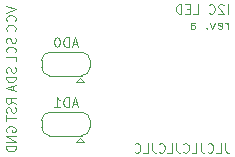
<source format=gbr>
G04 #@! TF.GenerationSoftware,KiCad,Pcbnew,9.0.1+dfsg-1*
G04 #@! TF.CreationDate,2025-05-27T21:30:09+08:00*
G04 #@! TF.ProjectId,i2c_led,6932635f-6c65-4642-9e6b-696361645f70,a*
G04 #@! TF.SameCoordinates,Original*
G04 #@! TF.FileFunction,Legend,Bot*
G04 #@! TF.FilePolarity,Positive*
%FSLAX46Y46*%
G04 Gerber Fmt 4.6, Leading zero omitted, Abs format (unit mm)*
G04 Created by KiCad (PCBNEW 9.0.1+dfsg-1) date 2025-05-27 21:30:09*
%MOMM*%
%LPD*%
G01*
G04 APERTURE LIST*
%ADD10C,0.100000*%
%ADD11C,0.120000*%
G04 APERTURE END LIST*
D10*
X155953734Y-91002895D02*
X155953734Y-90202895D01*
X155610878Y-90279085D02*
X155572782Y-90240990D01*
X155572782Y-90240990D02*
X155496592Y-90202895D01*
X155496592Y-90202895D02*
X155306116Y-90202895D01*
X155306116Y-90202895D02*
X155229925Y-90240990D01*
X155229925Y-90240990D02*
X155191830Y-90279085D01*
X155191830Y-90279085D02*
X155153735Y-90355276D01*
X155153735Y-90355276D02*
X155153735Y-90431466D01*
X155153735Y-90431466D02*
X155191830Y-90545752D01*
X155191830Y-90545752D02*
X155648973Y-91002895D01*
X155648973Y-91002895D02*
X155153735Y-91002895D01*
X154353734Y-90926704D02*
X154391830Y-90964800D01*
X154391830Y-90964800D02*
X154506115Y-91002895D01*
X154506115Y-91002895D02*
X154582306Y-91002895D01*
X154582306Y-91002895D02*
X154696592Y-90964800D01*
X154696592Y-90964800D02*
X154772782Y-90888609D01*
X154772782Y-90888609D02*
X154810877Y-90812419D01*
X154810877Y-90812419D02*
X154848973Y-90660038D01*
X154848973Y-90660038D02*
X154848973Y-90545752D01*
X154848973Y-90545752D02*
X154810877Y-90393371D01*
X154810877Y-90393371D02*
X154772782Y-90317180D01*
X154772782Y-90317180D02*
X154696592Y-90240990D01*
X154696592Y-90240990D02*
X154582306Y-90202895D01*
X154582306Y-90202895D02*
X154506115Y-90202895D01*
X154506115Y-90202895D02*
X154391830Y-90240990D01*
X154391830Y-90240990D02*
X154353734Y-90279085D01*
X153020401Y-91002895D02*
X153401353Y-91002895D01*
X153401353Y-91002895D02*
X153401353Y-90202895D01*
X152753734Y-90583847D02*
X152487068Y-90583847D01*
X152372782Y-91002895D02*
X152753734Y-91002895D01*
X152753734Y-91002895D02*
X152753734Y-90202895D01*
X152753734Y-90202895D02*
X152372782Y-90202895D01*
X152029924Y-91002895D02*
X152029924Y-90202895D01*
X152029924Y-90202895D02*
X151839448Y-90202895D01*
X151839448Y-90202895D02*
X151725162Y-90240990D01*
X151725162Y-90240990D02*
X151648972Y-90317180D01*
X151648972Y-90317180D02*
X151610877Y-90393371D01*
X151610877Y-90393371D02*
X151572781Y-90545752D01*
X151572781Y-90545752D02*
X151572781Y-90660038D01*
X151572781Y-90660038D02*
X151610877Y-90812419D01*
X151610877Y-90812419D02*
X151648972Y-90888609D01*
X151648972Y-90888609D02*
X151725162Y-90964800D01*
X151725162Y-90964800D02*
X151839448Y-91002895D01*
X151839448Y-91002895D02*
X152029924Y-91002895D01*
X155953734Y-92290850D02*
X155953734Y-91757516D01*
X155953734Y-91909897D02*
X155915639Y-91833707D01*
X155915639Y-91833707D02*
X155877544Y-91795612D01*
X155877544Y-91795612D02*
X155801353Y-91757516D01*
X155801353Y-91757516D02*
X155725163Y-91757516D01*
X155153734Y-92252755D02*
X155229925Y-92290850D01*
X155229925Y-92290850D02*
X155382306Y-92290850D01*
X155382306Y-92290850D02*
X155458496Y-92252755D01*
X155458496Y-92252755D02*
X155496592Y-92176564D01*
X155496592Y-92176564D02*
X155496592Y-91871802D01*
X155496592Y-91871802D02*
X155458496Y-91795612D01*
X155458496Y-91795612D02*
X155382306Y-91757516D01*
X155382306Y-91757516D02*
X155229925Y-91757516D01*
X155229925Y-91757516D02*
X155153734Y-91795612D01*
X155153734Y-91795612D02*
X155115639Y-91871802D01*
X155115639Y-91871802D02*
X155115639Y-91947993D01*
X155115639Y-91947993D02*
X155496592Y-92024183D01*
X154848973Y-91757516D02*
X154658497Y-92290850D01*
X154658497Y-92290850D02*
X154468020Y-91757516D01*
X154163258Y-92214659D02*
X154125163Y-92252755D01*
X154125163Y-92252755D02*
X154163258Y-92290850D01*
X154163258Y-92290850D02*
X154201354Y-92252755D01*
X154201354Y-92252755D02*
X154163258Y-92214659D01*
X154163258Y-92214659D02*
X154163258Y-92290850D01*
X152829925Y-92290850D02*
X152829925Y-91871802D01*
X152829925Y-91871802D02*
X152868020Y-91795612D01*
X152868020Y-91795612D02*
X152944211Y-91757516D01*
X152944211Y-91757516D02*
X153096592Y-91757516D01*
X153096592Y-91757516D02*
X153172782Y-91795612D01*
X152829925Y-92252755D02*
X152906116Y-92290850D01*
X152906116Y-92290850D02*
X153096592Y-92290850D01*
X153096592Y-92290850D02*
X153172782Y-92252755D01*
X153172782Y-92252755D02*
X153210878Y-92176564D01*
X153210878Y-92176564D02*
X153210878Y-92100374D01*
X153210878Y-92100374D02*
X153172782Y-92024183D01*
X153172782Y-92024183D02*
X153096592Y-91986088D01*
X153096592Y-91986088D02*
X152906116Y-91986088D01*
X152906116Y-91986088D02*
X152829925Y-91947993D01*
X137992895Y-98621905D02*
X137611942Y-98355238D01*
X137992895Y-98164762D02*
X137192895Y-98164762D01*
X137192895Y-98164762D02*
X137192895Y-98469524D01*
X137192895Y-98469524D02*
X137230990Y-98545714D01*
X137230990Y-98545714D02*
X137269085Y-98583809D01*
X137269085Y-98583809D02*
X137345276Y-98621905D01*
X137345276Y-98621905D02*
X137459561Y-98621905D01*
X137459561Y-98621905D02*
X137535752Y-98583809D01*
X137535752Y-98583809D02*
X137573847Y-98545714D01*
X137573847Y-98545714D02*
X137611942Y-98469524D01*
X137611942Y-98469524D02*
X137611942Y-98164762D01*
X137954800Y-98926666D02*
X137992895Y-99040952D01*
X137992895Y-99040952D02*
X137992895Y-99231428D01*
X137992895Y-99231428D02*
X137954800Y-99307619D01*
X137954800Y-99307619D02*
X137916704Y-99345714D01*
X137916704Y-99345714D02*
X137840514Y-99383809D01*
X137840514Y-99383809D02*
X137764323Y-99383809D01*
X137764323Y-99383809D02*
X137688133Y-99345714D01*
X137688133Y-99345714D02*
X137650038Y-99307619D01*
X137650038Y-99307619D02*
X137611942Y-99231428D01*
X137611942Y-99231428D02*
X137573847Y-99079047D01*
X137573847Y-99079047D02*
X137535752Y-99002857D01*
X137535752Y-99002857D02*
X137497657Y-98964762D01*
X137497657Y-98964762D02*
X137421466Y-98926666D01*
X137421466Y-98926666D02*
X137345276Y-98926666D01*
X137345276Y-98926666D02*
X137269085Y-98964762D01*
X137269085Y-98964762D02*
X137230990Y-99002857D01*
X137230990Y-99002857D02*
X137192895Y-99079047D01*
X137192895Y-99079047D02*
X137192895Y-99269524D01*
X137192895Y-99269524D02*
X137230990Y-99383809D01*
X137192895Y-99612381D02*
X137192895Y-100069524D01*
X137992895Y-99840952D02*
X137192895Y-99840952D01*
X137954800Y-93027618D02*
X137992895Y-93141904D01*
X137992895Y-93141904D02*
X137992895Y-93332380D01*
X137992895Y-93332380D02*
X137954800Y-93408571D01*
X137954800Y-93408571D02*
X137916704Y-93446666D01*
X137916704Y-93446666D02*
X137840514Y-93484761D01*
X137840514Y-93484761D02*
X137764323Y-93484761D01*
X137764323Y-93484761D02*
X137688133Y-93446666D01*
X137688133Y-93446666D02*
X137650038Y-93408571D01*
X137650038Y-93408571D02*
X137611942Y-93332380D01*
X137611942Y-93332380D02*
X137573847Y-93179999D01*
X137573847Y-93179999D02*
X137535752Y-93103809D01*
X137535752Y-93103809D02*
X137497657Y-93065714D01*
X137497657Y-93065714D02*
X137421466Y-93027618D01*
X137421466Y-93027618D02*
X137345276Y-93027618D01*
X137345276Y-93027618D02*
X137269085Y-93065714D01*
X137269085Y-93065714D02*
X137230990Y-93103809D01*
X137230990Y-93103809D02*
X137192895Y-93179999D01*
X137192895Y-93179999D02*
X137192895Y-93370476D01*
X137192895Y-93370476D02*
X137230990Y-93484761D01*
X137916704Y-94284762D02*
X137954800Y-94246666D01*
X137954800Y-94246666D02*
X137992895Y-94132381D01*
X137992895Y-94132381D02*
X137992895Y-94056190D01*
X137992895Y-94056190D02*
X137954800Y-93941904D01*
X137954800Y-93941904D02*
X137878609Y-93865714D01*
X137878609Y-93865714D02*
X137802419Y-93827619D01*
X137802419Y-93827619D02*
X137650038Y-93789523D01*
X137650038Y-93789523D02*
X137535752Y-93789523D01*
X137535752Y-93789523D02*
X137383371Y-93827619D01*
X137383371Y-93827619D02*
X137307180Y-93865714D01*
X137307180Y-93865714D02*
X137230990Y-93941904D01*
X137230990Y-93941904D02*
X137192895Y-94056190D01*
X137192895Y-94056190D02*
X137192895Y-94132381D01*
X137192895Y-94132381D02*
X137230990Y-94246666D01*
X137230990Y-94246666D02*
X137269085Y-94284762D01*
X137992895Y-95008571D02*
X137992895Y-94627619D01*
X137992895Y-94627619D02*
X137192895Y-94627619D01*
X137230990Y-100990476D02*
X137192895Y-100914286D01*
X137192895Y-100914286D02*
X137192895Y-100800000D01*
X137192895Y-100800000D02*
X137230990Y-100685714D01*
X137230990Y-100685714D02*
X137307180Y-100609524D01*
X137307180Y-100609524D02*
X137383371Y-100571429D01*
X137383371Y-100571429D02*
X137535752Y-100533333D01*
X137535752Y-100533333D02*
X137650038Y-100533333D01*
X137650038Y-100533333D02*
X137802419Y-100571429D01*
X137802419Y-100571429D02*
X137878609Y-100609524D01*
X137878609Y-100609524D02*
X137954800Y-100685714D01*
X137954800Y-100685714D02*
X137992895Y-100800000D01*
X137992895Y-100800000D02*
X137992895Y-100876191D01*
X137992895Y-100876191D02*
X137954800Y-100990476D01*
X137954800Y-100990476D02*
X137916704Y-101028572D01*
X137916704Y-101028572D02*
X137650038Y-101028572D01*
X137650038Y-101028572D02*
X137650038Y-100876191D01*
X137992895Y-101371429D02*
X137192895Y-101371429D01*
X137192895Y-101371429D02*
X137992895Y-101828572D01*
X137992895Y-101828572D02*
X137192895Y-101828572D01*
X137992895Y-102209524D02*
X137192895Y-102209524D01*
X137192895Y-102209524D02*
X137192895Y-102400000D01*
X137192895Y-102400000D02*
X137230990Y-102514286D01*
X137230990Y-102514286D02*
X137307180Y-102590476D01*
X137307180Y-102590476D02*
X137383371Y-102628571D01*
X137383371Y-102628571D02*
X137535752Y-102666667D01*
X137535752Y-102666667D02*
X137650038Y-102666667D01*
X137650038Y-102666667D02*
X137802419Y-102628571D01*
X137802419Y-102628571D02*
X137878609Y-102590476D01*
X137878609Y-102590476D02*
X137954800Y-102514286D01*
X137954800Y-102514286D02*
X137992895Y-102400000D01*
X137992895Y-102400000D02*
X137992895Y-102209524D01*
X155725163Y-101966895D02*
X155725163Y-102538323D01*
X155725163Y-102538323D02*
X155763258Y-102652609D01*
X155763258Y-102652609D02*
X155839449Y-102728800D01*
X155839449Y-102728800D02*
X155953734Y-102766895D01*
X155953734Y-102766895D02*
X156029925Y-102766895D01*
X154963258Y-102766895D02*
X155344210Y-102766895D01*
X155344210Y-102766895D02*
X155344210Y-101966895D01*
X154239448Y-102690704D02*
X154277544Y-102728800D01*
X154277544Y-102728800D02*
X154391829Y-102766895D01*
X154391829Y-102766895D02*
X154468020Y-102766895D01*
X154468020Y-102766895D02*
X154582306Y-102728800D01*
X154582306Y-102728800D02*
X154658496Y-102652609D01*
X154658496Y-102652609D02*
X154696591Y-102576419D01*
X154696591Y-102576419D02*
X154734687Y-102424038D01*
X154734687Y-102424038D02*
X154734687Y-102309752D01*
X154734687Y-102309752D02*
X154696591Y-102157371D01*
X154696591Y-102157371D02*
X154658496Y-102081180D01*
X154658496Y-102081180D02*
X154582306Y-102004990D01*
X154582306Y-102004990D02*
X154468020Y-101966895D01*
X154468020Y-101966895D02*
X154391829Y-101966895D01*
X154391829Y-101966895D02*
X154277544Y-102004990D01*
X154277544Y-102004990D02*
X154239448Y-102043085D01*
X153668020Y-101966895D02*
X153668020Y-102538323D01*
X153668020Y-102538323D02*
X153706115Y-102652609D01*
X153706115Y-102652609D02*
X153782306Y-102728800D01*
X153782306Y-102728800D02*
X153896591Y-102766895D01*
X153896591Y-102766895D02*
X153972782Y-102766895D01*
X152906115Y-102766895D02*
X153287067Y-102766895D01*
X153287067Y-102766895D02*
X153287067Y-101966895D01*
X152182305Y-102690704D02*
X152220401Y-102728800D01*
X152220401Y-102728800D02*
X152334686Y-102766895D01*
X152334686Y-102766895D02*
X152410877Y-102766895D01*
X152410877Y-102766895D02*
X152525163Y-102728800D01*
X152525163Y-102728800D02*
X152601353Y-102652609D01*
X152601353Y-102652609D02*
X152639448Y-102576419D01*
X152639448Y-102576419D02*
X152677544Y-102424038D01*
X152677544Y-102424038D02*
X152677544Y-102309752D01*
X152677544Y-102309752D02*
X152639448Y-102157371D01*
X152639448Y-102157371D02*
X152601353Y-102081180D01*
X152601353Y-102081180D02*
X152525163Y-102004990D01*
X152525163Y-102004990D02*
X152410877Y-101966895D01*
X152410877Y-101966895D02*
X152334686Y-101966895D01*
X152334686Y-101966895D02*
X152220401Y-102004990D01*
X152220401Y-102004990D02*
X152182305Y-102043085D01*
X151610877Y-101966895D02*
X151610877Y-102538323D01*
X151610877Y-102538323D02*
X151648972Y-102652609D01*
X151648972Y-102652609D02*
X151725163Y-102728800D01*
X151725163Y-102728800D02*
X151839448Y-102766895D01*
X151839448Y-102766895D02*
X151915639Y-102766895D01*
X150848972Y-102766895D02*
X151229924Y-102766895D01*
X151229924Y-102766895D02*
X151229924Y-101966895D01*
X150125162Y-102690704D02*
X150163258Y-102728800D01*
X150163258Y-102728800D02*
X150277543Y-102766895D01*
X150277543Y-102766895D02*
X150353734Y-102766895D01*
X150353734Y-102766895D02*
X150468020Y-102728800D01*
X150468020Y-102728800D02*
X150544210Y-102652609D01*
X150544210Y-102652609D02*
X150582305Y-102576419D01*
X150582305Y-102576419D02*
X150620401Y-102424038D01*
X150620401Y-102424038D02*
X150620401Y-102309752D01*
X150620401Y-102309752D02*
X150582305Y-102157371D01*
X150582305Y-102157371D02*
X150544210Y-102081180D01*
X150544210Y-102081180D02*
X150468020Y-102004990D01*
X150468020Y-102004990D02*
X150353734Y-101966895D01*
X150353734Y-101966895D02*
X150277543Y-101966895D01*
X150277543Y-101966895D02*
X150163258Y-102004990D01*
X150163258Y-102004990D02*
X150125162Y-102043085D01*
X149553734Y-101966895D02*
X149553734Y-102538323D01*
X149553734Y-102538323D02*
X149591829Y-102652609D01*
X149591829Y-102652609D02*
X149668020Y-102728800D01*
X149668020Y-102728800D02*
X149782305Y-102766895D01*
X149782305Y-102766895D02*
X149858496Y-102766895D01*
X148791829Y-102766895D02*
X149172781Y-102766895D01*
X149172781Y-102766895D02*
X149172781Y-101966895D01*
X148068019Y-102690704D02*
X148106115Y-102728800D01*
X148106115Y-102728800D02*
X148220400Y-102766895D01*
X148220400Y-102766895D02*
X148296591Y-102766895D01*
X148296591Y-102766895D02*
X148410877Y-102728800D01*
X148410877Y-102728800D02*
X148487067Y-102652609D01*
X148487067Y-102652609D02*
X148525162Y-102576419D01*
X148525162Y-102576419D02*
X148563258Y-102424038D01*
X148563258Y-102424038D02*
X148563258Y-102309752D01*
X148563258Y-102309752D02*
X148525162Y-102157371D01*
X148525162Y-102157371D02*
X148487067Y-102081180D01*
X148487067Y-102081180D02*
X148410877Y-102004990D01*
X148410877Y-102004990D02*
X148296591Y-101966895D01*
X148296591Y-101966895D02*
X148220400Y-101966895D01*
X148220400Y-101966895D02*
X148106115Y-102004990D01*
X148106115Y-102004990D02*
X148068019Y-102043085D01*
X137954800Y-95548571D02*
X137992895Y-95662857D01*
X137992895Y-95662857D02*
X137992895Y-95853333D01*
X137992895Y-95853333D02*
X137954800Y-95929524D01*
X137954800Y-95929524D02*
X137916704Y-95967619D01*
X137916704Y-95967619D02*
X137840514Y-96005714D01*
X137840514Y-96005714D02*
X137764323Y-96005714D01*
X137764323Y-96005714D02*
X137688133Y-95967619D01*
X137688133Y-95967619D02*
X137650038Y-95929524D01*
X137650038Y-95929524D02*
X137611942Y-95853333D01*
X137611942Y-95853333D02*
X137573847Y-95700952D01*
X137573847Y-95700952D02*
X137535752Y-95624762D01*
X137535752Y-95624762D02*
X137497657Y-95586667D01*
X137497657Y-95586667D02*
X137421466Y-95548571D01*
X137421466Y-95548571D02*
X137345276Y-95548571D01*
X137345276Y-95548571D02*
X137269085Y-95586667D01*
X137269085Y-95586667D02*
X137230990Y-95624762D01*
X137230990Y-95624762D02*
X137192895Y-95700952D01*
X137192895Y-95700952D02*
X137192895Y-95891429D01*
X137192895Y-95891429D02*
X137230990Y-96005714D01*
X137992895Y-96348572D02*
X137192895Y-96348572D01*
X137192895Y-96348572D02*
X137192895Y-96539048D01*
X137192895Y-96539048D02*
X137230990Y-96653334D01*
X137230990Y-96653334D02*
X137307180Y-96729524D01*
X137307180Y-96729524D02*
X137383371Y-96767619D01*
X137383371Y-96767619D02*
X137535752Y-96805715D01*
X137535752Y-96805715D02*
X137650038Y-96805715D01*
X137650038Y-96805715D02*
X137802419Y-96767619D01*
X137802419Y-96767619D02*
X137878609Y-96729524D01*
X137878609Y-96729524D02*
X137954800Y-96653334D01*
X137954800Y-96653334D02*
X137992895Y-96539048D01*
X137992895Y-96539048D02*
X137992895Y-96348572D01*
X137764323Y-97110476D02*
X137764323Y-97491429D01*
X137992895Y-97034286D02*
X137192895Y-97300953D01*
X137192895Y-97300953D02*
X137992895Y-97567619D01*
X137192895Y-90373333D02*
X137992895Y-90640000D01*
X137992895Y-90640000D02*
X137192895Y-90906666D01*
X137916704Y-91630476D02*
X137954800Y-91592380D01*
X137954800Y-91592380D02*
X137992895Y-91478095D01*
X137992895Y-91478095D02*
X137992895Y-91401904D01*
X137992895Y-91401904D02*
X137954800Y-91287618D01*
X137954800Y-91287618D02*
X137878609Y-91211428D01*
X137878609Y-91211428D02*
X137802419Y-91173333D01*
X137802419Y-91173333D02*
X137650038Y-91135237D01*
X137650038Y-91135237D02*
X137535752Y-91135237D01*
X137535752Y-91135237D02*
X137383371Y-91173333D01*
X137383371Y-91173333D02*
X137307180Y-91211428D01*
X137307180Y-91211428D02*
X137230990Y-91287618D01*
X137230990Y-91287618D02*
X137192895Y-91401904D01*
X137192895Y-91401904D02*
X137192895Y-91478095D01*
X137192895Y-91478095D02*
X137230990Y-91592380D01*
X137230990Y-91592380D02*
X137269085Y-91630476D01*
X137916704Y-92430476D02*
X137954800Y-92392380D01*
X137954800Y-92392380D02*
X137992895Y-92278095D01*
X137992895Y-92278095D02*
X137992895Y-92201904D01*
X137992895Y-92201904D02*
X137954800Y-92087618D01*
X137954800Y-92087618D02*
X137878609Y-92011428D01*
X137878609Y-92011428D02*
X137802419Y-91973333D01*
X137802419Y-91973333D02*
X137650038Y-91935237D01*
X137650038Y-91935237D02*
X137535752Y-91935237D01*
X137535752Y-91935237D02*
X137383371Y-91973333D01*
X137383371Y-91973333D02*
X137307180Y-92011428D01*
X137307180Y-92011428D02*
X137230990Y-92087618D01*
X137230990Y-92087618D02*
X137192895Y-92201904D01*
X137192895Y-92201904D02*
X137192895Y-92278095D01*
X137192895Y-92278095D02*
X137230990Y-92392380D01*
X137230990Y-92392380D02*
X137269085Y-92430476D01*
X143211428Y-98666323D02*
X142830475Y-98666323D01*
X143287618Y-98894895D02*
X143020951Y-98094895D01*
X143020951Y-98094895D02*
X142754285Y-98894895D01*
X142487618Y-98894895D02*
X142487618Y-98094895D01*
X142487618Y-98094895D02*
X142297142Y-98094895D01*
X142297142Y-98094895D02*
X142182856Y-98132990D01*
X142182856Y-98132990D02*
X142106666Y-98209180D01*
X142106666Y-98209180D02*
X142068571Y-98285371D01*
X142068571Y-98285371D02*
X142030475Y-98437752D01*
X142030475Y-98437752D02*
X142030475Y-98552038D01*
X142030475Y-98552038D02*
X142068571Y-98704419D01*
X142068571Y-98704419D02*
X142106666Y-98780609D01*
X142106666Y-98780609D02*
X142182856Y-98856800D01*
X142182856Y-98856800D02*
X142297142Y-98894895D01*
X142297142Y-98894895D02*
X142487618Y-98894895D01*
X141268571Y-98894895D02*
X141725714Y-98894895D01*
X141497142Y-98894895D02*
X141497142Y-98094895D01*
X141497142Y-98094895D02*
X141573333Y-98209180D01*
X141573333Y-98209180D02*
X141649523Y-98285371D01*
X141649523Y-98285371D02*
X141725714Y-98323466D01*
X143211428Y-93586323D02*
X142830475Y-93586323D01*
X143287618Y-93814895D02*
X143020951Y-93014895D01*
X143020951Y-93014895D02*
X142754285Y-93814895D01*
X142487618Y-93814895D02*
X142487618Y-93014895D01*
X142487618Y-93014895D02*
X142297142Y-93014895D01*
X142297142Y-93014895D02*
X142182856Y-93052990D01*
X142182856Y-93052990D02*
X142106666Y-93129180D01*
X142106666Y-93129180D02*
X142068571Y-93205371D01*
X142068571Y-93205371D02*
X142030475Y-93357752D01*
X142030475Y-93357752D02*
X142030475Y-93472038D01*
X142030475Y-93472038D02*
X142068571Y-93624419D01*
X142068571Y-93624419D02*
X142106666Y-93700609D01*
X142106666Y-93700609D02*
X142182856Y-93776800D01*
X142182856Y-93776800D02*
X142297142Y-93814895D01*
X142297142Y-93814895D02*
X142487618Y-93814895D01*
X141535237Y-93014895D02*
X141459047Y-93014895D01*
X141459047Y-93014895D02*
X141382856Y-93052990D01*
X141382856Y-93052990D02*
X141344761Y-93091085D01*
X141344761Y-93091085D02*
X141306666Y-93167276D01*
X141306666Y-93167276D02*
X141268571Y-93319657D01*
X141268571Y-93319657D02*
X141268571Y-93510133D01*
X141268571Y-93510133D02*
X141306666Y-93662514D01*
X141306666Y-93662514D02*
X141344761Y-93738704D01*
X141344761Y-93738704D02*
X141382856Y-93776800D01*
X141382856Y-93776800D02*
X141459047Y-93814895D01*
X141459047Y-93814895D02*
X141535237Y-93814895D01*
X141535237Y-93814895D02*
X141611428Y-93776800D01*
X141611428Y-93776800D02*
X141649523Y-93738704D01*
X141649523Y-93738704D02*
X141687618Y-93662514D01*
X141687618Y-93662514D02*
X141725714Y-93510133D01*
X141725714Y-93510133D02*
X141725714Y-93319657D01*
X141725714Y-93319657D02*
X141687618Y-93167276D01*
X141687618Y-93167276D02*
X141649523Y-93091085D01*
X141649523Y-93091085D02*
X141611428Y-93052990D01*
X141611428Y-93052990D02*
X141535237Y-93014895D01*
D11*
G04 #@! TO.C,AD1*
X140190000Y-100030000D02*
X140190000Y-100630000D01*
X140840000Y-101330000D02*
X143640000Y-101330000D01*
X143440000Y-101530000D02*
X143140000Y-101830000D01*
X143440000Y-101530000D02*
X143740000Y-101830000D01*
X143640000Y-99330000D02*
X140840000Y-99330000D01*
X143740000Y-101830000D02*
X143140000Y-101830000D01*
X144290000Y-100630000D02*
X144290000Y-100030000D01*
X140190000Y-100030000D02*
G75*
G02*
X140890000Y-99330000I700000J0D01*
G01*
X140890000Y-101330000D02*
G75*
G02*
X140190000Y-100630000I0J700000D01*
G01*
X143590000Y-99330000D02*
G75*
G02*
X144290000Y-100030000I1J-699999D01*
G01*
X144290000Y-100630000D02*
G75*
G02*
X143590000Y-101330000I-699999J-1D01*
G01*
G04 #@! TO.C,AD0*
X140190000Y-94950000D02*
X140190000Y-95550000D01*
X140840000Y-96250000D02*
X143640000Y-96250000D01*
X143440000Y-96450000D02*
X143140000Y-96750000D01*
X143440000Y-96450000D02*
X143740000Y-96750000D01*
X143640000Y-94250000D02*
X140840000Y-94250000D01*
X143740000Y-96750000D02*
X143140000Y-96750000D01*
X144290000Y-95550000D02*
X144290000Y-94950000D01*
X140190000Y-94950000D02*
G75*
G02*
X140890000Y-94250000I700000J0D01*
G01*
X140890000Y-96250000D02*
G75*
G02*
X140190000Y-95550000I0J700000D01*
G01*
X143590000Y-94250000D02*
G75*
G02*
X144290000Y-94950000I1J-699999D01*
G01*
X144290000Y-95550000D02*
G75*
G02*
X143590000Y-96250000I-699999J-1D01*
G01*
G04 #@! TD*
M02*

</source>
